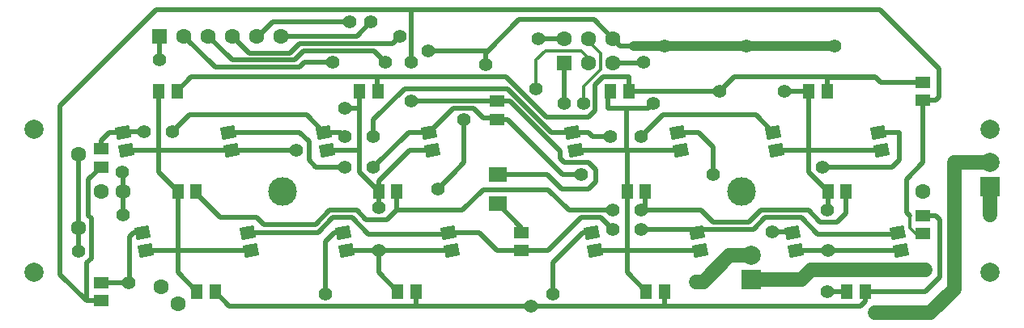
<source format=gbr>
G04 Layer_Physical_Order=2*
G04 Layer_Color=16711680*
%FSLAX25Y25*%
%MOIN*%
%TF.FileFunction,Copper,L2,Bot,Signal*%
%TF.Part,Single*%
G01*
G75*
%TA.AperFunction,SMDPad*%
%ADD10R,0.07480X0.05906*%
%TA.AperFunction,SMDPad*%
%ADD11R,0.05118X0.05906*%
%TA.AperFunction,SMDPad*%
G04:AMPARAMS|DCode=12|XSize=59.06mil|YSize=51.18mil|CornerRadius=0mil|HoleSize=0mil|Usage=FLASHONLY|Rotation=191.000|XOffset=0mil|YOffset=0mil|HoleType=Round|Shape=Rectangle|*
%AMROTATEDRECTD12*
4,1,4,0.02410,0.03076,0.03387,-0.01949,-0.02410,-0.03076,-0.03387,0.01949,0.02410,0.03076,0.0*
%
%ADD12ROTATEDRECTD12*%

%TA.AperFunction,SMDPad*%
%ADD13R,0.05906X0.05118*%
%ADD14C,0.01969*%
%ADD15C,0.01181*%
%ADD16C,0.05906*%
%ADD17C,0.01000*%
%ADD18C,0.03937*%
%TA.AperFunction,ViaPad*%
%ADD19C,0.07874*%
%TA.AperFunction,ViaPad*%
%ADD20R,0.07874X0.07874*%
%TA.AperFunction,ViaPad*%
%ADD21C,0.06299*%
%TA.AperFunction,ViaPad*%
%ADD22R,0.06299X0.06299*%
%TA.AperFunction,ConnectorPad*%
%ADD23C,0.07874*%
%TA.AperFunction,ConnectorPad*%
%ADD24C,0.11811*%
%TA.AperFunction,ConnectorPad*%
%ADD25C,0.06299*%
%TA.AperFunction,ViaPad*%
%ADD26C,0.05512*%
%TA.AperFunction,ViaPad*%
%ADD27C,0.05906*%
D10*
X250000Y122835D02*
D03*
Y135039D02*
D03*
D11*
X133661Y86614D02*
D03*
X126181D02*
D03*
X117913Y169291D02*
D03*
X110433D02*
D03*
X125787Y127953D02*
D03*
X118307D02*
D03*
X216339Y86614D02*
D03*
X208858D02*
D03*
X200590Y169291D02*
D03*
X193110D02*
D03*
X318701Y86614D02*
D03*
X311221D02*
D03*
X303937Y169291D02*
D03*
X296457D02*
D03*
X310827Y127953D02*
D03*
X303346D02*
D03*
X401378Y86614D02*
D03*
X393898D02*
D03*
X385630Y169291D02*
D03*
X378150D02*
D03*
X393504Y127953D02*
D03*
X386024D02*
D03*
X208465D02*
D03*
X200984D02*
D03*
D12*
X146924Y110955D02*
D03*
X148351Y103612D02*
D03*
X139050Y152294D02*
D03*
X140477Y144951D02*
D03*
X95743Y152294D02*
D03*
X97170Y144951D02*
D03*
X103617Y110955D02*
D03*
X105044Y103612D02*
D03*
X229601Y110955D02*
D03*
X231029Y103612D02*
D03*
X221727Y152294D02*
D03*
X223155Y144951D02*
D03*
X178420Y152294D02*
D03*
X179848Y144951D02*
D03*
X186294Y110955D02*
D03*
X187722Y103612D02*
D03*
X331963Y110955D02*
D03*
X333391Y103612D02*
D03*
X324090Y152294D02*
D03*
X325517Y144951D02*
D03*
X280782Y152294D02*
D03*
X282210Y144951D02*
D03*
X288656Y110955D02*
D03*
X290084Y103612D02*
D03*
X406767Y152294D02*
D03*
X408194Y144951D02*
D03*
X363460Y152294D02*
D03*
X364887Y144951D02*
D03*
X414641Y110955D02*
D03*
X416068Y103612D02*
D03*
X371334Y110955D02*
D03*
X372761Y103612D02*
D03*
D13*
X259842Y103543D02*
D03*
Y111024D02*
D03*
X425197Y173031D02*
D03*
Y165551D02*
D03*
X86614Y145472D02*
D03*
Y137992D02*
D03*
Y90354D02*
D03*
Y82874D02*
D03*
X425197Y117913D02*
D03*
Y110433D02*
D03*
X249606Y157677D02*
D03*
Y165157D02*
D03*
D14*
X255118D02*
X275590Y144685D01*
X259842Y111024D02*
Y112992D01*
X250000Y122835D02*
X259842Y112992D01*
X270472Y135039D02*
X276575Y128937D01*
X250000Y135039D02*
X270472D01*
X276575Y128937D02*
X287402D01*
X432087Y92520D02*
Y116142D01*
X426378Y117913D02*
X430315D01*
X432087Y116142D01*
X401378Y86614D02*
X426181D01*
X432087Y92520D01*
X418307Y119095D02*
X419602Y117799D01*
X418307Y119095D02*
Y132874D01*
X287402Y128937D02*
X290354Y131890D01*
Y136811D01*
X287402Y139764D02*
X290354Y136811D01*
X277559Y139764D02*
X287402D01*
X275590Y141732D02*
X277559Y139764D01*
X275590Y141732D02*
Y144685D01*
X276772Y134843D02*
X284449D01*
X249606Y157677D02*
X253937D01*
X276772Y134843D01*
X249606Y165157D02*
X255118D01*
X263779Y80709D02*
X399409D01*
X216535D02*
X263779D01*
X272638Y98425D02*
X285168Y110955D01*
X272638Y85630D02*
Y98425D01*
X401378Y82677D02*
Y86614D01*
X399409Y80709D02*
X401378Y82677D01*
X385827Y86614D02*
X393898D01*
X371068Y111221D02*
X371334Y110955D01*
X363189Y111221D02*
X371068D01*
X372761Y103612D02*
X386024D01*
X95472Y135827D02*
X95669Y135630D01*
Y127953D02*
Y135630D01*
X125787Y127374D02*
X135838Y117323D01*
X125787Y127374D02*
Y127953D01*
X171265Y159449D02*
X178420Y152294D01*
X123031Y159449D02*
X171265D01*
X116142Y152559D02*
X123031Y159449D01*
X175197Y137795D02*
X187008D01*
X110433Y144951D02*
Y169291D01*
X118307Y103612D02*
X148351D01*
X110433Y144951D02*
X140477D01*
X133661Y86614D02*
X139567Y80709D01*
X216339Y80905D02*
Y86614D01*
X139567Y80709D02*
X216535D01*
X318701Y80905D02*
Y86614D01*
X118307Y103612D02*
Y127953D01*
Y94488D02*
X126181Y86614D01*
X118307Y94488D02*
Y103612D01*
X105044D02*
X118307D01*
X97170Y144951D02*
X110433D01*
Y135827D02*
Y144951D01*
X200984Y103612D02*
X231029D01*
X290084D02*
X303346D01*
Y94488D02*
Y103612D01*
Y94488D02*
X311221Y86614D01*
X303346Y103612D02*
X333391D01*
X378150Y144951D02*
Y169291D01*
Y135827D02*
Y144951D01*
X364887D02*
X378150D01*
Y135827D02*
X386024Y127953D01*
Y103612D02*
X416068D01*
X100128Y110955D02*
X103617D01*
X285168D02*
X288656D01*
X179848Y144951D02*
X193110D01*
X187722Y103612D02*
X200984D01*
Y94488D02*
Y103612D01*
Y94488D02*
X208858Y86614D01*
X182805Y110955D02*
X186294D01*
X179134Y85630D02*
Y107283D01*
X182805Y110955D01*
X303346Y103612D02*
Y127953D01*
X98425Y109252D02*
X100128Y110955D01*
X86614Y148819D02*
X90089Y152294D01*
X95743D01*
X86614Y145472D02*
Y148819D01*
X77559Y112795D02*
Y143110D01*
X110433Y135827D02*
X118307Y127953D01*
X95669Y118110D02*
Y127953D01*
X77559Y103150D02*
Y112795D01*
X82677Y100394D02*
Y116884D01*
X81496Y132874D02*
X86614Y137992D01*
X81496Y118065D02*
Y132874D01*
Y118065D02*
X82677Y116884D01*
X123819Y175197D02*
X200394D01*
X117913Y169291D02*
X123819Y175197D01*
X200394Y169488D02*
Y175197D01*
Y169488D02*
X200590Y169291D01*
X385630D02*
Y175000D01*
X303937Y169444D02*
Y175153D01*
X356304Y159449D02*
X363460Y152294D01*
X284449Y117126D02*
X292323D01*
X297244Y112205D01*
X375000Y117126D02*
X381890Y110236D01*
X193110Y169291D02*
X193179Y169222D01*
X193110Y144951D02*
X193179Y145020D01*
X96009Y152559D02*
X104331D01*
X309055Y120079D02*
X310827Y121850D01*
Y127953D01*
X229601Y110955D02*
X242392D01*
X249803Y103543D01*
X270866D02*
X284449Y117126D01*
X259842Y103543D02*
X270866D01*
X249803D02*
X259842D01*
X309055Y112205D02*
X330714D01*
X331963Y110955D01*
X324090Y152294D02*
X332677D01*
X383858Y137795D02*
X412402D01*
X406767Y152294D02*
X415354D01*
Y140748D02*
Y152294D01*
X412402Y137795D02*
X415354Y140748D01*
X378150Y144951D02*
X408194D01*
X193179Y135758D02*
X200984Y127953D01*
Y132087D01*
X213848Y144951D01*
X223155D01*
X198819Y137795D02*
X213317Y152294D01*
X221727D01*
X244094Y128740D02*
X270866D01*
X425197Y139764D02*
Y165551D01*
X418307Y132874D02*
X425197Y139764D01*
X437992D02*
Y139842D01*
X385630Y175000D02*
X405709D01*
X407677Y173031D02*
X425197D01*
X245079Y180118D02*
Y185039D01*
X295472Y162402D02*
Y169291D01*
X80709Y82874D02*
X86614D01*
X69882Y93701D02*
X80709Y82874D01*
X98228Y90354D02*
X98425Y90158D01*
X86614Y90354D02*
X98228D01*
X293307Y175153D02*
X303937D01*
X290158Y172003D02*
X293307Y175153D01*
X303346Y127953D02*
Y144754D01*
X303150Y144951D02*
X303346Y144754D01*
X303150Y144951D02*
X325517D01*
X309055Y150591D02*
X317913Y159449D01*
X356304D01*
X303150Y144951D02*
Y162402D01*
X295472D02*
X303150D01*
X282210Y144951D02*
X303150D01*
X287402Y152294D02*
X289105Y150591D01*
X280782Y152294D02*
X287402D01*
X289105Y150591D02*
X296260D01*
X425197Y165551D02*
X430315D01*
X431693Y166929D01*
Y178543D01*
X277559Y164370D02*
Y179882D01*
X277402Y180039D02*
X277559Y179882D01*
X290158Y161221D02*
Y172003D01*
X270163Y158465D02*
X287402D01*
X290158Y161221D01*
X289606Y198819D02*
X297402Y191024D01*
X258858Y198819D02*
X289606D01*
X297402Y191024D02*
X300433Y187992D01*
X306102D01*
X303150Y162402D02*
X312008D01*
X313976Y164370D01*
X368110Y169291D02*
X378150D01*
X407480Y202756D02*
X431693Y178543D01*
X225394Y128937D02*
X231299Y134843D01*
X231299Y134843D02*
X231299Y134843D01*
X249016Y158267D02*
X249606Y157677D01*
X244094Y158267D02*
X249016D01*
X231299Y134843D02*
X236221Y139765D01*
Y157480D01*
X231639Y162205D02*
X240157D01*
X221727Y152294D02*
X231639Y162205D01*
X240157D02*
X244094Y158267D01*
X249410Y165354D02*
X249606Y165157D01*
X214567Y165354D02*
X249410D01*
X139050Y152294D02*
X168573D01*
X172244Y148622D01*
Y140748D02*
Y148622D01*
Y140748D02*
X175197Y137795D01*
X140477Y144951D02*
X167057D01*
X150591Y117323D02*
X153740Y114173D01*
X135838Y117323D02*
X150591D01*
X146924Y110955D02*
X175916D01*
X153740Y114173D02*
X174958D01*
X175916Y110955D02*
X182087Y117126D01*
X189961D01*
X174958Y114173D02*
X180864Y120079D01*
X331963Y110955D02*
X333213Y112205D01*
X355315D01*
X360236Y117126D01*
X375000D01*
X353346Y115157D02*
X358268Y120079D01*
X338583Y115157D02*
X353346D01*
X333661Y120079D02*
X338583Y115157D01*
X309055Y120079D02*
X333661D01*
X187008Y162402D02*
X193179D01*
Y169222D01*
X198819Y150591D02*
Y157480D01*
X178420Y152294D02*
X185305D01*
X187008Y150591D01*
X193179Y145020D02*
Y162402D01*
Y135758D02*
Y145020D01*
X386024Y120276D02*
Y127953D01*
X385827Y120079D02*
X386024Y120276D01*
X358268Y120079D02*
X377953D01*
X382874Y115157D01*
X389764D01*
X393504Y118898D01*
Y127953D01*
X381890Y110236D02*
X413922D01*
X414641Y110955D01*
X198819Y157480D02*
X211614Y170276D01*
X245079Y185039D02*
X246063Y186024D01*
X258858Y198819D01*
X221457Y186024D02*
X246063D01*
X214567Y202756D02*
X407480D01*
X214567Y180118D02*
Y181102D01*
Y202756D01*
X120827Y191929D02*
Y193898D01*
X130827Y191929D02*
Y193898D01*
X140827Y191929D02*
Y193898D01*
X98425Y90158D02*
Y109252D01*
X191929Y191929D02*
X197835Y197835D01*
X160827Y191929D02*
X191929D01*
X151575D02*
X157480Y197835D01*
X150827Y191929D02*
X151575D01*
X157480Y197835D02*
X188976D01*
X140827Y191929D02*
X147716Y185039D01*
X130827Y191929D02*
X140669Y182087D01*
X120827Y191929D02*
X133622Y179134D01*
X189961Y117126D02*
X196850Y110236D01*
X228883D01*
X229601Y110955D01*
X180864Y120079D02*
X191929D01*
X235433D02*
X244094Y128740D01*
X191929Y120079D02*
X195866Y116142D01*
X200984Y121260D02*
Y127953D01*
X208465Y120079D02*
Y127953D01*
Y120079D02*
X235433D01*
X195866Y116142D02*
X204527D01*
X208465Y120079D01*
X303937Y169291D02*
X341535D01*
X254176Y170276D02*
X272158Y152294D01*
X211614Y170276D02*
X254176D01*
X272158Y152294D02*
X280782D01*
X253430Y175197D02*
X270163Y158465D01*
X200394Y175197D02*
X253430D01*
X266811Y191024D02*
X277402D01*
X266732Y190945D02*
X266811Y191024D01*
X309961Y181024D02*
X310039Y181102D01*
X297402Y181024D02*
X309961D01*
X332677Y152294D02*
X338583Y146388D01*
Y134843D02*
Y146388D01*
X69882Y163386D02*
X109252Y202756D01*
X214567D01*
X69882Y93701D02*
Y163386D01*
X279528Y120079D02*
X297244D01*
X270866Y128740D02*
X279528Y120079D01*
X405556Y175153D02*
X405709Y175000D01*
X407677Y173031D01*
X341535Y169291D02*
X347397Y175153D01*
X405556D01*
X80709Y98425D02*
X82677Y100394D01*
X80709Y82874D02*
Y98425D01*
X199016Y185827D02*
X203740Y181102D01*
X209646Y190945D02*
Y191929D01*
X206693Y188976D02*
X209646Y191929D01*
X168307Y188976D02*
X206693D01*
X164370Y185039D02*
X168307Y188976D01*
X147716Y185039D02*
X164370D01*
X170079Y185827D02*
X199016D01*
X166339Y182087D02*
X170079Y185827D01*
X140669Y182087D02*
X166339D01*
X168307Y179134D02*
X170276Y181102D01*
X182087D01*
X133622Y179134D02*
X168307D01*
X110827Y182480D02*
Y191929D01*
X110630Y182283D02*
X110827Y182480D01*
D15*
X419602Y112878D02*
Y117799D01*
Y112878D02*
X422047Y110433D01*
X425197D01*
Y117913D02*
X426378D01*
X216339Y80905D02*
X216535Y80709D01*
X265748Y182087D02*
X269685Y186024D01*
X284370D01*
X287402Y182992D01*
X285433Y171260D02*
X292323Y178150D01*
X285433Y164370D02*
Y171260D01*
X287402Y189961D02*
Y191024D01*
Y189961D02*
X292323Y185039D01*
Y178150D02*
Y185039D01*
X265748Y170276D02*
Y182087D01*
D16*
X331693Y90551D02*
X334646D01*
X345551Y101457D01*
X354331D01*
X358268Y91457D02*
X374921D01*
X378937Y95472D02*
X426181D01*
X374921Y91457D02*
X378937Y95472D01*
X437992Y87598D02*
Y139764D01*
X428150Y77756D02*
X437992Y87598D01*
X405512Y77756D02*
X428150D01*
X452756Y118110D02*
Y129842D01*
X437992Y139842D02*
X452756D01*
D17*
X303937Y169291D02*
Y169444D01*
D18*
X318898Y187992D02*
X388779D01*
X306102D02*
X318898D01*
D19*
X354331Y101457D02*
D03*
X452756Y139842D02*
D03*
D20*
X354331Y91457D02*
D03*
X452756Y129842D02*
D03*
D21*
X120827Y191929D02*
D03*
X130827D02*
D03*
X140827D02*
D03*
X150827D02*
D03*
X160827D02*
D03*
X77559Y112795D02*
D03*
Y143110D02*
D03*
X95669Y127953D02*
D03*
X111433Y88567D02*
D03*
X118504Y81496D02*
D03*
X287402Y191024D02*
D03*
Y181024D02*
D03*
X277402Y191024D02*
D03*
X297402Y181024D02*
D03*
Y191024D02*
D03*
D22*
X110827Y191929D02*
D03*
X277402Y181024D02*
D03*
D23*
X59055Y94488D02*
D03*
Y153543D02*
D03*
X452756D02*
D03*
Y94488D02*
D03*
D24*
X161417Y127953D02*
D03*
X350394D02*
D03*
D25*
X86614D02*
D03*
X425197D02*
D03*
D26*
X284449Y134843D02*
D03*
X263779Y80709D02*
D03*
X272638Y85630D02*
D03*
X385827Y86614D02*
D03*
X386024Y103612D02*
D03*
X363189Y111221D02*
D03*
X95472Y135827D02*
D03*
X187008Y137795D02*
D03*
X179134Y85630D02*
D03*
X77559Y103150D02*
D03*
X95669Y118110D02*
D03*
X309055Y120079D02*
D03*
Y112205D02*
D03*
X297244D02*
D03*
Y120079D02*
D03*
X104331Y152559D02*
D03*
X116142D02*
D03*
X383858Y137795D02*
D03*
X198819D02*
D03*
X245079Y180118D02*
D03*
X309055Y150591D02*
D03*
X296260D02*
D03*
X285433Y164370D02*
D03*
X277559D02*
D03*
X388779Y187992D02*
D03*
X352362D02*
D03*
X318898D02*
D03*
X313976Y164370D02*
D03*
X341535Y169291D02*
D03*
X368110D02*
D03*
X225394Y128937D02*
D03*
X236221Y157480D02*
D03*
X167057Y144951D02*
D03*
X182087Y181102D02*
D03*
X187008Y162402D02*
D03*
X203740Y181102D02*
D03*
X198819Y150591D02*
D03*
X187008D02*
D03*
X385827Y120079D02*
D03*
X214567Y165354D02*
D03*
Y181102D02*
D03*
X221457Y186024D02*
D03*
X98228Y90354D02*
D03*
X197835Y197835D02*
D03*
X188976D02*
D03*
X200984Y103612D02*
D03*
Y121260D02*
D03*
X265748Y170276D02*
D03*
X266732Y190945D02*
D03*
X310039Y181102D02*
D03*
X338583Y134843D02*
D03*
X209646Y191929D02*
D03*
X110630Y182283D02*
D03*
D27*
X331693Y90551D02*
D03*
X405512Y77756D02*
D03*
X426181Y95472D02*
D03*
X437992Y139764D02*
D03*
X452756Y118110D02*
D03*
%TF.MD5,B2DC9145CB2074ECEEC64434FD9AB8E7*%
M02*

</source>
